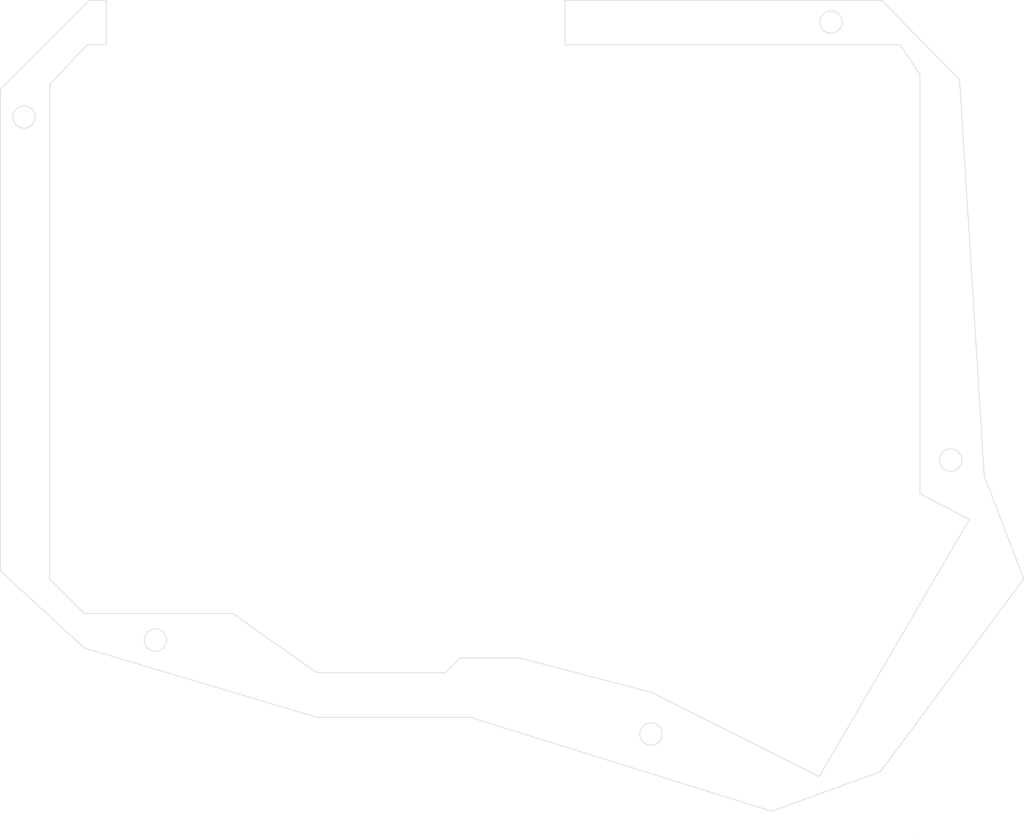
<source format=kicad_pcb>
(kicad_pcb (version 20171130) (host pcbnew "(5.1.2)-2")

  (general
    (thickness 1.6)
    (drawings 37)
    (tracks 0)
    (zones 0)
    (modules 0)
    (nets 1)
  )

  (page A4)
  (title_block
    (title "Redox keyboard PCB")
    (date 2018-05-05)
    (rev 1.0)
    (comment 1 "designed by Mattia Dal Ben (aka u/TiaMaT102)")
    (comment 2 https://github.com/mattdibi/redox-keyboard)
  )

  (layers
    (0 F.Cu signal)
    (31 B.Cu signal hide)
    (32 B.Adhes user hide)
    (33 F.Adhes user hide)
    (34 B.Paste user hide)
    (35 F.Paste user hide)
    (36 B.SilkS user hide)
    (37 F.SilkS user hide)
    (38 B.Mask user hide)
    (39 F.Mask user hide)
    (40 Dwgs.User user hide)
    (41 Cmts.User user hide)
    (42 Eco1.User user hide)
    (43 Eco2.User user hide)
    (44 Edge.Cuts user)
    (45 Margin user hide)
    (46 B.CrtYd user hide)
    (47 F.CrtYd user hide)
    (48 B.Fab user hide)
    (49 F.Fab user hide)
  )

  (setup
    (last_trace_width 0.25)
    (trace_clearance 0.2)
    (zone_clearance 0.508)
    (zone_45_only no)
    (trace_min 0.2)
    (via_size 0.6)
    (via_drill 0.4)
    (via_min_size 0.4)
    (via_min_drill 0.3)
    (uvia_size 0.3)
    (uvia_drill 0.1)
    (uvias_allowed no)
    (uvia_min_size 0.2)
    (uvia_min_drill 0.1)
    (edge_width 0.1)
    (segment_width 0.2)
    (pcb_text_width 0.3)
    (pcb_text_size 1.5 1.5)
    (mod_edge_width 0.15)
    (mod_text_size 1 1)
    (mod_text_width 0.15)
    (pad_size 1.5 1.5)
    (pad_drill 0.6)
    (pad_to_mask_clearance 0)
    (aux_axis_origin 0 0)
    (visible_elements 7FFFFFFF)
    (pcbplotparams
      (layerselection 0x010fc_ffffffff)
      (usegerberextensions true)
      (usegerberattributes false)
      (usegerberadvancedattributes false)
      (creategerberjobfile false)
      (excludeedgelayer true)
      (linewidth 0.100000)
      (plotframeref false)
      (viasonmask false)
      (mode 1)
      (useauxorigin false)
      (hpglpennumber 1)
      (hpglpenspeed 20)
      (hpglpendiameter 15.000000)
      (psnegative false)
      (psa4output false)
      (plotreference true)
      (plotvalue true)
      (plotinvisibletext false)
      (padsonsilk false)
      (subtractmaskfromsilk false)
      (outputformat 1)
      (mirror false)
      (drillshape 0)
      (scaleselection 1)
      (outputdirectory "gerber_files/"))
  )

  (net 0 "")

  (net_class Default "Questo è il gruppo di collegamenti predefinito"
    (clearance 0.2)
    (trace_width 0.25)
    (via_dia 0.6)
    (via_drill 0.4)
    (uvia_dia 0.3)
    (uvia_drill 0.1)
  )

  (gr_line (start 84.582 47.625) (end 87.63 47.625) (layer Edge.Cuts) (width 0.1) (tstamp 5DBCDE85))
  (gr_line (start 161.29 47.625) (end 161.29 40.48125) (layer Edge.Cuts) (width 0.1) (tstamp 5DBCDE41))
  (gr_line (start 87.63 47.625) (end 87.63 40.48125) (layer Edge.Cuts) (width 0.1) (tstamp 5DBCDE40))
  (gr_line (start 144.4625 146.05) (end 153.9875 146.05) (layer Edge.Cuts) (width 0.1) (tstamp 5DBC5386))
  (gr_line (start 142.08125 148.43125) (end 144.4625 146.05) (layer Edge.Cuts) (width 0.1))
  (gr_circle (center 203.99375 43.97375) (end 205.26375 45.24375) (layer Edge.Cuts) (width 0.1) (tstamp 5DB50B84))
  (gr_circle (center 74.45375 59.21375) (end 75.72375 60.48375) (layer Edge.Cuts) (width 0.1) (tstamp 5DB50B83))
  (gr_circle (center 95.5675 143.1925) (end 96.8375 144.4625) (layer Edge.Cuts) (width 0.1) (tstamp 5DB50B82))
  (gr_circle (center 175.10125 158.27375) (end 176.37125 159.54375) (layer Edge.Cuts) (width 0.1) (tstamp 5DB50B81))
  (gr_circle (center 223.2025 114.3) (end 224.4725 115.57) (layer Edge.Cuts) (width 0.1) (tstamp 5DB50B80))
  (gr_line (start 78.58125 53.975) (end 84.582 47.625) (layer Edge.Cuts) (width 0.1))
  (gr_line (start 78.58125 133.35) (end 78.58125 53.975) (layer Edge.Cuts) (width 0.1))
  (gr_line (start 84.1375 138.90625) (end 78.58125 133.35) (layer Edge.Cuts) (width 0.1))
  (gr_line (start 107.95 138.90625) (end 84.1375 138.90625) (layer Edge.Cuts) (width 0.1))
  (gr_line (start 121.44375 148.43125) (end 107.95 138.90625) (layer Edge.Cuts) (width 0.1))
  (gr_line (start 142.08125 148.43125) (end 121.44375 148.43125) (layer Edge.Cuts) (width 0.1))
  (gr_line (start 175.26 151.60625) (end 153.9875 146.05) (layer Edge.Cuts) (width 0.1))
  (gr_line (start 202.08875 165.1) (end 175.26 151.60625) (layer Edge.Cuts) (width 0.1))
  (gr_line (start 226.21875 123.825) (end 202.08875 165.1) (layer Edge.Cuts) (width 0.1))
  (gr_line (start 218.28125 119.6975) (end 226.21875 123.825) (layer Edge.Cuts) (width 0.1))
  (gr_line (start 218.28125 52.3875) (end 218.28125 119.6975) (layer Edge.Cuts) (width 0.1))
  (gr_line (start 215.10625 47.625) (end 218.28125 52.3875) (layer Edge.Cuts) (width 0.1))
  (gr_line (start 215.10625 47.625) (end 161.29 47.625) (angle 90) (layer Edge.Cuts) (width 0.1) (tstamp 5DB47918))
  (gr_line (start 70.64375 54.76875) (end 70.64375 132.08) (layer Edge.Cuts) (width 0.1))
  (gr_line (start 70.64375 54.76875) (end 84.93125 40.48125) (layer Edge.Cuts) (width 0.1) (tstamp 5DB46CBB))
  (gr_line (start 84.1375 144.4625) (end 70.64375 132.08) (layer Edge.Cuts) (width 0.1))
  (gr_line (start 121.44375 155.575) (end 84.1375 144.4625) (layer Edge.Cuts) (width 0.1))
  (gr_line (start 146.05 155.575) (end 121.44375 155.575) (layer Edge.Cuts) (width 0.1))
  (gr_line (start 194.46875 170.65625) (end 146.05 155.575) (layer Edge.Cuts) (width 0.1))
  (gr_line (start 211.93125 164.30625) (end 194.46875 170.65625) (layer Edge.Cuts) (width 0.1))
  (gr_line (start 234.95 133.35) (end 211.93125 164.30625) (layer Edge.Cuts) (width 0.1))
  (gr_line (start 228.6 116.84) (end 234.95 133.35) (layer Edge.Cuts) (width 0.1))
  (gr_line (start 224.63125 53.18125) (end 228.6 116.84) (layer Edge.Cuts) (width 0.1))
  (gr_line (start 212.09 40.48125) (end 224.63125 53.18125) (layer Edge.Cuts) (width 0.1))
  (gr_line (start 161.29 40.48125) (end 212.09 40.48125) (layer Edge.Cuts) (width 0.1))
  (gr_line (start 84.93125 40.48125) (end 87.63 40.48125) (layer Edge.Cuts) (width 0.1))
  (gr_line (start 217.551 175.26) (end 217.678 175.26) (angle 90) (layer Edge.Cuts) (width 0.1))

)

</source>
